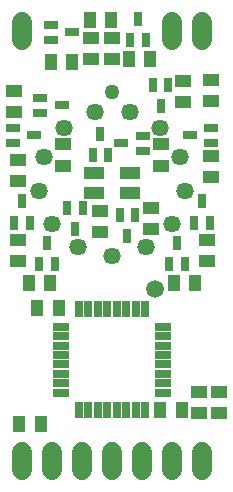
<source format=gts>
G75*
%MOIN*%
%OFA0B0*%
%FSLAX25Y25*%
%IPPOS*%
%LPD*%
%AMOC8*
5,1,8,0,0,1.08239X$1,22.5*
%
%ADD10C,0.05761*%
%ADD11R,0.05800X0.03000*%
%ADD12R,0.03000X0.05800*%
%ADD13C,0.06800*%
%ADD14R,0.02769X0.04737*%
%ADD15R,0.03950X0.05524*%
%ADD16R,0.05524X0.03950*%
%ADD17R,0.04737X0.02769*%
%ADD18R,0.06706X0.04343*%
%ADD19C,0.05918*%
%ADD20C,0.04956*%
D10*
X0029845Y0080360D03*
X0021114Y0088095D03*
X0016978Y0099001D03*
X0018384Y0110580D03*
X0025010Y0120180D03*
X0035338Y0125600D03*
X0047002Y0125600D03*
X0057330Y0120180D03*
X0063956Y0110580D03*
X0065362Y0099001D03*
X0061226Y0088095D03*
X0052495Y0080360D03*
X0041170Y0077569D03*
D11*
X0024270Y0053907D03*
X0024270Y0050757D03*
X0024270Y0047608D03*
X0024270Y0044458D03*
X0024270Y0041309D03*
X0024270Y0038159D03*
X0024270Y0035009D03*
X0024270Y0031860D03*
X0058070Y0031860D03*
X0058070Y0035009D03*
X0058070Y0038159D03*
X0058070Y0041309D03*
X0058070Y0044458D03*
X0058070Y0047608D03*
X0058070Y0050757D03*
X0058070Y0053907D03*
D12*
X0052194Y0059783D03*
X0049044Y0059783D03*
X0045894Y0059783D03*
X0042745Y0059783D03*
X0039595Y0059783D03*
X0036446Y0059783D03*
X0033296Y0059783D03*
X0030146Y0059783D03*
X0030146Y0025983D03*
X0033296Y0025983D03*
X0036446Y0025983D03*
X0039595Y0025983D03*
X0042745Y0025983D03*
X0045894Y0025983D03*
X0049044Y0025983D03*
X0052194Y0025983D03*
D13*
X0011170Y0012100D02*
X0011170Y0006100D01*
X0021170Y0006100D02*
X0021170Y0012100D01*
X0031170Y0012100D02*
X0031170Y0006100D01*
X0041170Y0006100D02*
X0041170Y0012100D01*
X0051170Y0012100D02*
X0051170Y0006100D01*
X0061170Y0006100D02*
X0061170Y0012100D01*
X0071170Y0012100D02*
X0071170Y0006100D01*
X0071170Y0149407D02*
X0071170Y0155407D01*
X0061170Y0155407D02*
X0061170Y0149407D01*
X0011170Y0149407D02*
X0011170Y0155407D01*
D14*
X0034741Y0110970D03*
X0037300Y0118057D03*
X0039859Y0110970D03*
X0031359Y0093557D03*
X0028800Y0086470D03*
X0026241Y0093557D03*
X0019517Y0081860D03*
X0022076Y0074773D03*
X0016957Y0074773D03*
X0013733Y0088553D03*
X0011174Y0095639D03*
X0008615Y0088553D03*
X0043741Y0091057D03*
X0046300Y0083970D03*
X0048859Y0091057D03*
X0060265Y0074773D03*
X0062824Y0081860D03*
X0065383Y0074773D03*
X0068607Y0088553D03*
X0071166Y0095639D03*
X0073725Y0088553D03*
X0057355Y0127470D03*
X0054796Y0134557D03*
X0059914Y0134557D03*
X0052359Y0149470D03*
X0049800Y0156557D03*
X0047241Y0149470D03*
D15*
X0046757Y0143013D03*
X0053843Y0143013D03*
X0040843Y0156013D03*
X0033757Y0156013D03*
X0027843Y0142013D03*
X0020757Y0142013D03*
X0020627Y0068521D03*
X0023343Y0060013D03*
X0016257Y0060013D03*
X0013540Y0068521D03*
X0010257Y0021513D03*
X0017343Y0021513D03*
X0057257Y0026013D03*
X0064343Y0026013D03*
X0061780Y0068506D03*
X0068867Y0068506D03*
D16*
X0072666Y0075773D03*
X0072666Y0082860D03*
X0074166Y0103832D03*
X0074166Y0110919D03*
X0074300Y0128970D03*
X0074300Y0136057D03*
X0064942Y0135801D03*
X0064942Y0128714D03*
X0057418Y0114643D03*
X0057418Y0107557D03*
X0054300Y0093557D03*
X0054300Y0086470D03*
X0037300Y0085470D03*
X0037300Y0092557D03*
X0024922Y0107557D03*
X0024922Y0114643D03*
X0034300Y0142970D03*
X0034300Y0150057D03*
X0041300Y0150057D03*
X0041300Y0142970D03*
X0009674Y0109419D03*
X0009674Y0102332D03*
X0009674Y0082860D03*
X0009674Y0075773D03*
X0008442Y0125466D03*
X0008442Y0132553D03*
X0070300Y0032057D03*
X0070300Y0024970D03*
X0076800Y0024970D03*
X0076800Y0032057D03*
D17*
X0051343Y0112454D03*
X0051343Y0117572D03*
X0044257Y0115013D03*
X0027843Y0152013D03*
X0020757Y0149454D03*
X0020757Y0154572D03*
X0017257Y0130257D03*
X0017257Y0125139D03*
X0015186Y0117687D03*
X0008099Y0120246D03*
X0008099Y0115128D03*
X0024343Y0127698D03*
X0067154Y0117687D03*
X0074241Y0120246D03*
X0074241Y0115128D03*
D18*
X0047272Y0105285D03*
X0047272Y0098592D03*
X0035068Y0098592D03*
X0035068Y0105285D03*
D19*
X0055500Y0066413D03*
D20*
X0041300Y0132013D03*
M02*

</source>
